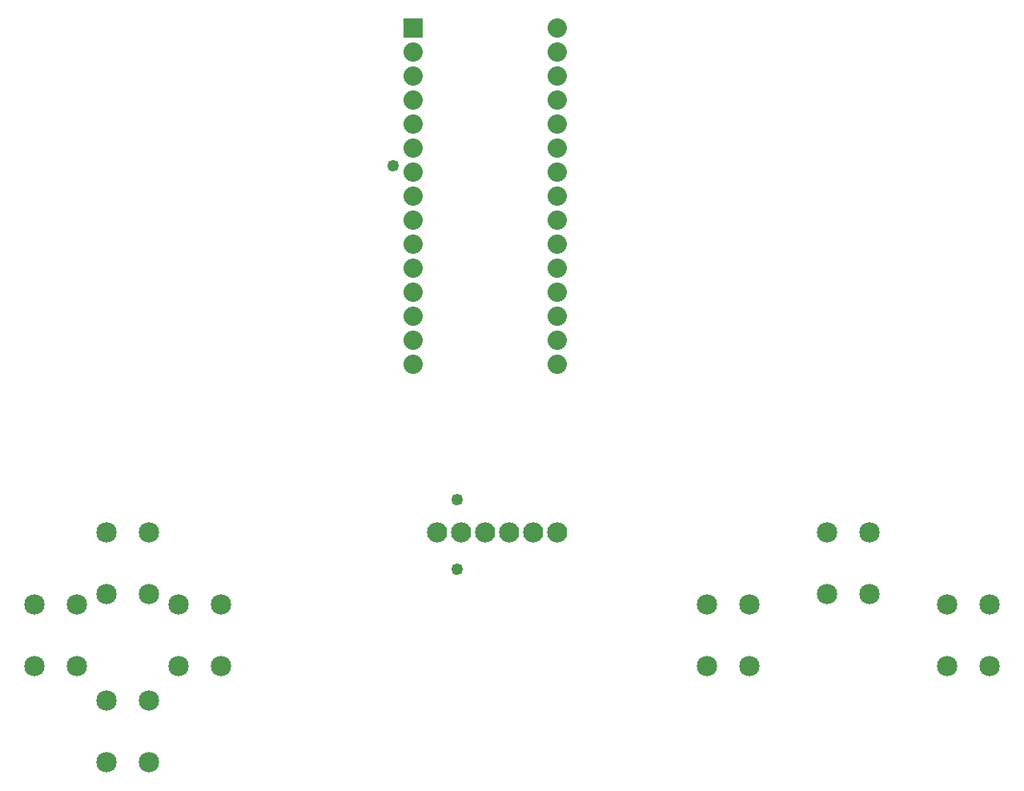
<source format=gbs>
G04 MADE WITH FRITZING*
G04 WWW.FRITZING.ORG*
G04 DOUBLE SIDED*
G04 HOLES PLATED*
G04 CONTOUR ON CENTER OF CONTOUR VECTOR*
%ASAXBY*%
%FSLAX23Y23*%
%MOIN*%
%OFA0B0*%
%SFA1.0B1.0*%
%ADD10C,0.085000*%
%ADD11C,0.084000*%
%ADD12C,0.080000*%
%ADD13C,0.049370*%
%ADD14R,0.079972X0.080000*%
%LNMASK0*%
G90*
G70*
G54D10*
X1029Y665D03*
X1029Y920D03*
X1206Y665D03*
X1206Y920D03*
X729Y965D03*
X729Y1220D03*
X906Y965D03*
X906Y1220D03*
X729Y265D03*
X729Y520D03*
X906Y265D03*
X906Y520D03*
X3729Y965D03*
X3729Y1220D03*
X3906Y965D03*
X3906Y1220D03*
X3229Y665D03*
X3229Y920D03*
X3406Y665D03*
X3406Y920D03*
X429Y665D03*
X429Y920D03*
X606Y665D03*
X606Y920D03*
X4229Y665D03*
X4229Y920D03*
X4406Y665D03*
X4406Y920D03*
G54D11*
X2606Y1220D03*
X2506Y1220D03*
X2406Y1220D03*
X2306Y1220D03*
X2206Y1220D03*
X2106Y1220D03*
G54D12*
X2006Y3320D03*
X2006Y3220D03*
X2006Y3120D03*
X2006Y3020D03*
X2006Y2920D03*
X2006Y2820D03*
X2006Y2720D03*
X2006Y2620D03*
X2006Y2520D03*
X2006Y2420D03*
X2006Y2320D03*
X2006Y2220D03*
X2006Y2120D03*
X2006Y2020D03*
X2006Y1920D03*
X2606Y3320D03*
X2606Y3220D03*
X2606Y3120D03*
X2606Y3020D03*
X2606Y2920D03*
X2606Y2820D03*
X2606Y2720D03*
X2606Y2620D03*
X2606Y2520D03*
X2606Y2420D03*
X2606Y2320D03*
X2606Y2220D03*
X2606Y2120D03*
X2606Y2020D03*
X2606Y1920D03*
G54D13*
X2187Y1356D03*
X2187Y1068D03*
X1923Y2748D03*
G54D14*
X2006Y3320D03*
G04 End of Mask0*
M02*
</source>
